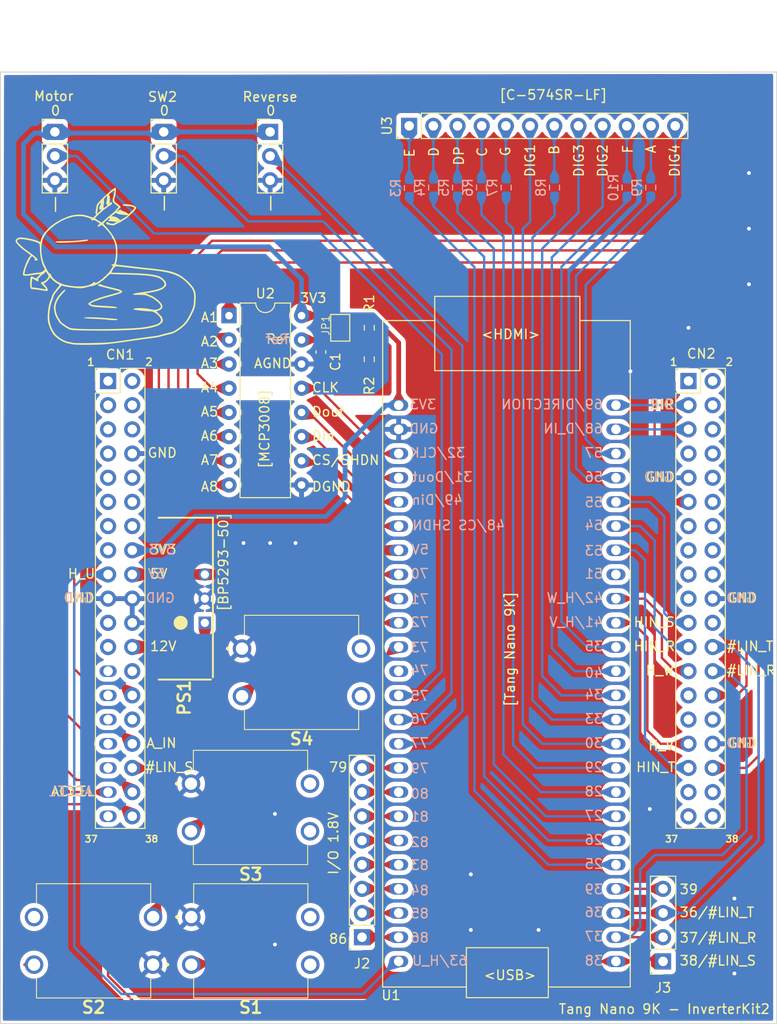
<source format=kicad_pcb>
(kicad_pcb (version 20221018) (generator pcbnew)
  (layers (0 "F.Cu" signal) (31 "B.Cu" signal) (34 "B.Paste" user) (35 "F.Paste" user) (36 "B.SilkS" user "B.Silkscreen") (37 "F.SilkS" user "F.Silkscreen") (38 "B.Mask" user) (39 "F.Mask" user) (44 "Edge.Cuts" user))
  (net 0 "")
  (net 1 "GND")
  (net 16 "/H_U")
  (net 17 "/5V")
  (net 20 "/VIN12")
  (net 24 "/C7-28")
  (net 26 "/C7-30")
  (net 28 "/A_IN")
  (net 30 "/_LIN_S")
  (net 31 "/ACCEL")
  (net 32 "/C7-36")
  (net 33 "/U")
  (net 34 "/C7-38")
  (net 35 "/C10-01")
  (net 37 "/DIRECTION")
  (net 39 "/D_IN")
  (net 44 "/C10-11")
  (net 51 "/V")
  (net 53 "/HIN_S")
  (net 55 "/HIN_R")
  (net 56 "/_LIN_T")
  (net 57 "/H_W")
  (net 58 "/_LIN_R")
  (net 60 "/C10-28")
  (net 63 "/H_V")
  (net 64 "/HIN_T")
  (net 65 "/C10-34")
  (net 70 "Net-(J2-Pin_1)")
  (net 71 "Net-(J2-Pin_2)")
  (net 72 "Net-(J2-Pin_3)")
  (net 73 "Net-(J2-Pin_4)")
  (net 74 "Net-(J2-Pin_5)")
  (net 75 "Net-(J2-Pin_6)")
  (net 76 "Net-(J2-Pin_7)")
  (net 77 "Net-(J2-Pin_8)")
  (net 78 "Net-(U1-32{slash}IOB15B{slash}RGB_TOUCH_XR)")
  (net 79 "Net-(U1-31{slash}IOB15A{slash}RGB_TOUCH_YD)")
  (net 80 "/Din")
  (net 81 "/CS{slash}SHDN")
  (net 83 "/SW3")
  (net 84 "Net-(U1-25{slash}IOB8A)")
  (net 86 "Net-(U1-26{slash}IOB8B)")
  (net 87 "Net-(U1-27{slash}IOB11A)")
  (net 88 "Net-(U1-28{slash}IOB11B)")
  (net 89 "Net-(U1-29{slash}IOB13A)")
  (net 90 "Net-(JP1-A)")
  (net 91 "Net-(U1-33{slash}IOB23A{slash}RGB_DE)")
  (net 92 "Net-(U1-35{slash}IOB29A{slash}RGB_CK)")
  (net 93 "/DIG3")
  (net 94 "/DIG4")
  (net 95 "Net-(U3-Anode_E)")
  (net 96 "Net-(U3-Anode_D)")
  (net 97 "Net-(U3-Anode_DP)")
  (net 98 "Net-(U3-Anode_C)")
  (net 99 "Net-(U3-Anode_G)")
  (net 100 "Net-(U3-Anode_B)")
  (net 101 "Net-(U3-Anode_F)")
  (net 102 "/DIG1")
  (net 103 "/DIG2")
  (net 104 "Net-(U3-Anode_A)")
  (net 105 "/Anode_A")
  (net 106 "+3V3")
  (net 107 "Net-(SW1-B)")
  (net 108 "Net-(SW2-B)")
  (net 109 "Net-(J3-Pin_4)")
  (net 111 "Net-(S1-NO_1)")
  (net 113 "unconnected-(S2-COM_2-Pad2)")
  (net 114 "Net-(S2-NO_1)")
  (net 117 "Net-(S3-NO_1)")
  (net 120 "Net-(S4-NO_1)")
  (footprint "Resistor_SMD:R_0603_1608Metric_Pad0.98x0.95mm_HandSolder" (layer "F.Cu") (at 156.972 81.28 -90)
    (fp_text reference "R1")
    (fp_text value "R" hide)
  )
  (footprint "Capacitor_SMD:C_0603_1608Metric_Pad1.08x0.95mm_HandSolder" (layer "F.Cu") (at 151.892 83.82 -90)
    (fp_text reference "C1")
    (fp_text value "C" hide)
  )
  (footprint "Library:Tang Nano 9K" (layer "F.Cu") (at 171.47155 118.618 90)
    (fp_text reference "U1")
    (fp_text value "Tang_Nano_9k_board" hide)
  )
  (footprint "samacsys:TO254P570X1700X1780-3P" (layer "F.Cu") (at 139.7 112.268 90)
    (fp_text reference "PS1")
    (fp_text value "BP5293-50" hide)
  )
  (footprint "Connector_PinSocket_2.54mm:PinSocket_1x08_P2.54mm_Vertical" (layer "F.Cu") (at 156.21 145.288 180)
    (fp_text reference "J2")
    (fp_text value "01x08_Socket" hide)
  )
  (footprint "SamacSys_Parts:TVGP01G73BB" (layer "F.Cu") (at 138.276 143.169)
    (fp_text reference "S1")
    (fp_text value "TVGP01-G73BB" hide)
  )
  (footprint "Connector_PinHeader_2.54mm:PinHeader_1x03_P2.54mm_Vertical" (layer "F.Cu") (at 146.558 60.706)
    (fp_text reference "Reverse")
    (fp_text value "SW_SPDT")
  )
  (footprint "Connector_PinHeader_2.54mm:PinHeader_1x03_P2.54mm_Vertical" (layer "F.Cu") (at 135.382 60.706)
    (fp_text reference "SW2")
    (fp_text value "SW_SPDT")
  )
  (footprint "SamacSys_Parts:TVGP01G73BB" (layer "F.Cu") (at 134.266 148.169 180)
    (fp_text reference "S2")
    (fp_text value "TVGP01-G73BB" hide)
  )
  (footprint "Library:Nucleo" (layer "F.Cu") (at 129.54 86.868)
    (fp_text reference "CN1")
    (fp_text value "Nucleo_F302R8" hide)
  )
  (footprint "Package_DIP:DIP-16_W7.62mm" (layer "F.Cu") (at 142.24 80.01)
    (fp_text reference "U2")
    (fp_text value "MCP3008")
  )
  (footprint "Jumper:SolderJumper-2_P1.3mm_Open_TrianglePad1.0x1.5mm" (layer "F.Cu") (at 153.924 81.28 90)
    (fp_text reference "JP1")
    (fp_text value "SolderJumper_2_Open" hide)
  )
  (footprint "Connector_PinHeader_2.54mm:PinHeader_1x03_P2.54mm_Vertical" (layer "F.Cu") (at 123.952 60.706)
    (fp_text reference "SW3" hide)
    (fp_text value "SW_SPDT")
  )
  (footprint "SamacSys_Parts:TVGP01G73BB" (layer "F.Cu") (at 138.249 129.159)
    (fp_text reference "S3")
    (fp_text value "TVGP01-G73BB" hide)
  )
  (footprint "MyLibrary:kamo20" (layer "F.Cu") (at 129.159 75.819)
    (fp_text reference "G***" hide)
    (fp_text value "LOGO" hide)
  )
  (footprint "Resistor_SMD:R_0603_1608Metric_Pad0.98x0.95mm_HandSolder" (layer "F.Cu") (at 156.972 84.582 -90)
    (fp_text reference "R2")
    (fp_text value "R" hide)
  )
  (footprint "Connector_PinSocket_2.54mm:PinSocket_1x04_P2.54mm_Vertical" (layer "F.Cu") (at 187.833 147.828 180)
    (fp_text reference "J3")
    (fp_text value "01x04_Socket" hide)
  )
  (footprint "SamacSys_Parts:TVGP01G73BB" (layer "F.Cu") (at 143.61 114.975)
    (fp_text reference "S4")
    (fp_text value "TVGP01-G73BB" hide)
  )
  (footprint "Connector_PinHeader_2.54mm:PinHeader_1x12_P2.54mm_Vertical" (layer "F.Cu") (at 161.163 60.071 90)
    (fp_text reference "U3")
    (fp_text value "PinHeader_1x12_P2.54mm_Vertical")
  )
  (footprint "Resistor_SMD:R_0603_1608Metric_Pad0.98x0.95mm_HandSolder" (layer "B.Cu") (at 186.5376 66.548 -90)
    (fp_text reference "R9")
    (fp_text value "R")
  )
  (footprint "Resistor_SMD:R_0603_1608Metric_Pad0.98x0.95mm_HandSolder" (layer "B.Cu") (at 184.0484 66.5461 -90)
    (fp_text reference "R10")
    (fp_text value "R")
  )
  (footprint "Resistor_SMD:R_0603_1608Metric_Pad0.98x0.95mm_HandSolder" (layer "B.Cu") (at 166.243 66.549 -90)
    (fp_text reference "R5")
    (fp_text value "R")
  )
  (footprint "Resistor_SMD:R_0603_1608Metric_Pad0.98x0.95mm_HandSolder" (layer "B.Cu") (at 163.7284 66.5461 -90)
    (fp_text reference "R4")
    (fp_text value "R")
  )
  (footprint "Resistor_SMD:R_0603_1608Metric_Pad0.98x0.95mm_HandSolder" (layer "B.Cu") (at 171.3484 66.548 -90)
    (fp_text reference "R7")
    (fp_text value "R")
  )
  (footprint "Resistor_SMD:R_0603_1608Metric_Pad0.98x0.95mm_HandSolder" (layer "B.Cu") (at 161.1884 66.5969 -90)
    (fp_text reference "R3")
    (fp_text value "R")
  )
  (footprint "Resistor_SMD:R_0603_1608Metric_Pad0.98x0.95mm_HandSolder" (layer "B.Cu") (at 176.4284 66.548 -90)
    (fp_text reference "R8")
    (fp_text value "R")
  )
  (footprint "Resistor_SMD:R_0603_1608Metric_Pad0.98x0.95mm_HandSolder" (layer "B.Cu") (at 168.7576 66.5461 -90)
    (fp_text reference "R6")
    (fp_text value "R")
  )
  (gr_rect (start 118.237 54.4195) (end 199.771 154.3685) (stroke (width 0.1)) (fill none) (layer "Edge.Cuts"))
  (gr_text "73" (at 163.322 115.443) (layer "B.SilkS") (effects (font (size 1 1)) (justify left bottom mirror)))
  (gr_text "36" (at 181.61 143.256) (layer "B.SilkS") (effects (font (size 1 1)) (justify left bottom mirror)))
  (gr_text "DIR" (at 188.976 89.916) (layer "B.SilkS") (effects (font (size 1 1)) (justify left bottom mirror)))
  (gr_text "63/H_U" (at 167.386 148.336) (layer "B.SilkS") (effects (font (size 1 1)) (justify left bottom mirror)))
  (gr_text "29" (at 181.61 128.016) (layer "B.SilkS") (effects (font (size 1 1)) (justify left bottom mirror)))
  (gr_text "34" (at 181.61 120.396) (layer "B.SilkS") (effects (font (size 1 1)) (justify left bottom mirror)))
  (gr_text "49/Din" (at 166.878 99.949) (layer "B.SilkS") (effects (font (size 1 1)) (justify left bottom mirror)))
  (gr_text "3V3" (at 136.652 105.156) (layer "B.SilkS") (effects (font (size 1 1)) (justify left bottom mirror)))
  (gr_text "27" (at 181.61 133.096) (layer "B.SilkS") (effects (font (size 1 1)) (justify left bottom mirror)))
  (gr_text "28" (at 181.61 130.556) (layer "B.SilkS") (effects (font (size 1 1)) (justify left bottom mirror)))
  (gr_text "32/CLK" (at 167.132 94.996) (layer "B.SilkS") (effects (font (size 1 1)) (justify left bottom mirror)))
  (gr_text "5V" (at 163.322 105.156) (layer "B.SilkS") (effects (font (size 1 1)) (justify left bottom mirror)))
  (gr_text "74" (at 163.322 117.856) (layer "B.SilkS") (effects (font (size 1 1)) (justify left bottom mirror)))
  (gr_text "80" (at 163.322 130.81) (layer "B.SilkS") (effects (font (size 1 1)) (justify left bottom mirror)))
  (gr_text "85" (at 163.322 143.383) (layer "B.SilkS") (effects (font (size 1 1)) (justify left bottom mirror)))
  (gr_text "72" (at 163.322 112.776) (layer "B.SilkS") (effects (font (size 1 1)) (justify left bottom mirror)))
  (gr_text "53" (at 181.61 105.283) (layer "B.SilkS") (effects (font (size 1 1)) (justify left bottom mirror)))
  (gr_text "71" (at 163.322 110.363) (layer "B.SilkS") (effects (font (size 1 1)) (justify left bottom mirror)))
  (gr_text "86" (at 163.322 145.923) (layer "B.SilkS") (effects (font (size 1 1)) (justify left bottom mirror)))
  (gr_text "38" (at 181.61 148.336) (layer "B.SilkS") (effects (font (size 1 1)) (justify left bottom mirror)))
  (gr_text "51" (at 181.61 107.696) (layer "B.SilkS") (effects (font (size 1 1)) (justify left bottom mirror)))
  (gr_text "37" (at 181.61 145.796) (layer "B.SilkS") (effects (font (size 1 1)) (justify left bottom mirror)))
  (gr_text "GND" (at 197.612 110.236) (layer "B.SilkS") (effects (font (size 1 1)) (justify left bottom mirror)))
  (gr_text "31/Dout" (at 167.894 97.536) (layer "B.SilkS") (effects (font (size 1 1)) (justify left bottom mirror)))
  (gr_text "57" (at 181.61 94.996) (layer "B.SilkS") (effects (font (size 1 1)) (justify left bottom mirror)))
  (gr_text "55" (at 181.61 100.203) (layer "B.SilkS") (effects (font (size 1 1)) (justify left bottom mirror)))
  (gr_text "42/H_W" (at 181.61 110.236) (layer "B.SilkS") (effects (font (size 1 1)) (justify left bottom mirror)))
  (gr_text "83" (at 163.322 138.303) (layer "B.SilkS") (effects (font (size 1 1)) (justify left bottom mirror)))
  (gr_text "26" (at 181.61 135.636) (layer "B.SilkS") (effects (font (size 1 1)) (justify left bottom mirror)))
  (gr_text "GND" (at 164.338 92.456) (layer "B.SilkS") (effects (font (size 1 1)) (justify left bottom mirror)))
  (gr_text "30" (at 181.61 125.476) (layer "B.SilkS") (effects (font (size 1 1)) (justify left bottom mirror)))
  (gr_text "81" (at 163.322 133.223) (layer "B.SilkS") (effects (font (size 1 1)) (justify left bottom mirror)))
  (gr_text "40" (at 181.61 118.11) (layer "B.SilkS") (effects (font (size 1 1)) (justify left bottom mirror)))
  (gr_text "GND" (at 136.652 110.236) (layer "B.SilkS") (effects (font (size 1 1)) (justify left bottom mirror)))
  (gr_text "54" (at 181.61 102.616) (layer "B.SilkS") (effects (font (size 1 1)) (justify left bottom mirror)))
  (gr_text "69/DIRECTION" (at 181.61 89.916) (layer "B.SilkS") (effects (font (size 1 1)) (justify left bottom mirror)))
  (gr_text "25" (at 181.61 138.176) (layer "B.SilkS") (effects (font (size 1 1)) (justify left bottom mirror)))
  (gr_text "68/D_IN" (at 181.61 92.456) (layer "B.SilkS") (effects (font (size 1 1)) (justify left bottom mirror)))
  (gr_text "79" (at 163.322 128.143) (layer "B.SilkS") (effects (font (size 1 1)) (justify left bottom mirror)))
  (gr_text "3V3" (at 164.084 89.916) (layer "B.SilkS") (effects (font (size 1 1)) (justify left bottom mirror)))
  (gr_text "GND" (at 128.016 110.236) (layer "B.SilkS") (effects (font (size 1 1)) (justify left bottom mirror)))
  (gr_text "GND" (at 188.976 97.536) (layer "B.SilkS") (effects (font (size 1 1)) (justify left bottom mirror)))
  (gr_text "35" (at 181.61 115.316) (layer "B.SilkS") (effects (font (size 1 1)) (justify left bottom mirror)))
  (gr_text "GND" (at 197.612 125.476) (layer "B.SilkS") (effects (font (size 1 1)) (justify left bottom mirror)))
  (gr_text "41/H_V" (at 181.61 112.776) (layer "B.SilkS") (effects (font (size 1 1)) (justify left bottom mirror)))
  (gr_text "84" (at 163.322 140.97) (layer "B.SilkS") (effects (font (size 1 1)) (justify left bottom mirror)))
  (gr_text "ACCEL" (at 128.016 130.556) (layer "B.SilkS") (effects (font (size 1 1)) (justify left bottom mirror)))
  (gr_text "76" (at 163.322 122.936) (layer "B.SilkS") (effects (font (size 1 1)) (justify left bottom mirror)))
  (gr_text "77" (at 163.322 125.476) (layer "B.SilkS") (effects (font (size 1 1)) (justify left bottom mirror)))
  (gr_text "39" (at 181.61 140.843) (layer "B.SilkS") (effects (font (size 1 1)) (justify left bottom mirror)))
  (gr_text "70" (at 163.322 107.696) (layer "B.SilkS") (effects (font (size 1 1)) (justify left bottom mirror)))
  (gr_text "56" (at 181.61 97.536) (layer "B.SilkS") (effects (font (size 1 1)) (justify left bottom mirror)))
  (gr_text "5V" (at 135.636 107.696) (layer "B.SilkS") (effects (font (size 1 1)) (justify left bottom mirror)))
  (gr_text "Ref" (at 148.59 83.058) (layer "B.SilkS") (effects (font (size 1 1)) (justify left bottom mirror)))
  (gr_text "75" (at 163.322 120.523) (layer "B.SilkS") (effects (font (size 1 1)) (justify left bottom mirror)))
  (gr_text "82" (at 163.322 135.89) (layer "B.SilkS") (effects (font (size 1 1)) (justify left bottom mirror)))
  (gr_text "48/CS SHDN" (at 171.323 102.616) (layer "B.SilkS") (effects (font (size 1 1)) (justify left bottom mirror)))
  (gr_text "33" (at 181.61 122.936) (layer "B.SilkS") (effects (font (size 1 1)) (justify left bottom mirror)))
  (gr_text "79" (at 152.654 128.016) (layer "F.SilkS") (effects (font (size 1 1)) (justify left bottom)))
  (gr_text "GND" (at 194.564 110.236) (layer "F.SilkS") (effects (font (size 1 1)) (justify left bottom)))
  (gr_text "DGND" (at 150.876 98.552) (layer "F.SilkS") (effects (font (size 1 1)) (justify left bottom)))
  (gr_text "[MCP3008]" (at 146.558 96.139 90) (layer "F.SilkS") (effects (font (size 1 1)) (justify left bottom)))
  (gr_text "F" (at 184.7088 63.0428 90) (layer "F.SilkS") (effects (font (size 1 1)) (justify left bottom)))
  (gr_text "D" (at 164.338 63.3984 90) (layer "F.SilkS") (effects (font (size 1 1)) (justify left bottom)))
  (gr_text "12V" (at 133.858 115.316) (layer "F.SilkS") (effects (font (size 1 1)) (justify left bottom)))
  (gr_text "Motor" (at 121.666 57.531) (layer "F.SilkS") (effects (font (size 1 1)) (justify left bottom)))
  (gr_text "[BP5293-50]" (at 142.24 111.125 90) (layer "F.SilkS") (effects (font (size 1 1)) (justify left bottom)))
  (gr_text "A2" (at 139.192 83.312) (layer "F.SilkS") (effects (font (size 1 1)) (justify left bottom)))
  (gr_text "0" (at 123.444 59.055) (layer "F.SilkS") (effects (font (size 1 1)) (justify left bottom)))
  (gr_text "DIG1" (at 174.4472 65.532 90) (layer "F.SilkS") (effects (font (size 1 1)) (justify left bottom)))
  (gr_text "2" (at 194.31 85.344) (layer "F.SilkS") (effects (font (size 0.8 0.8)) (justify left bottom)))
  (gr_text "H_W" (at 185.928 117.856) (layer "F.SilkS") (effects (font (size 1 1)) (justify left bottom)))
  (gr_text "5V" (at 133.858 107.696) (layer "F.SilkS") (effects (font (size 1 1)) (justify left bottom)))
  (gr_text "#LIN_R" (at 194.437 117.856) (layer "F.SilkS") (effects (font (size 1 1)) (justify left bottom)))
  (gr_text "HIN_R" (at 184.658 115.316) (layer "F.SilkS") (effects (font (size 1 1)) (justify left bottom)))
  (gr_text "DP" (at 166.9796 64.3128 90) (layer "F.SilkS") (effects (font (size 1 1)) (justify left bottom)))
  (gr_text "Din" (at 150.876 93.218) (layer "F.SilkS") (effects (font (size 1 1)) (justify left bottom)))
  (gr_text "H_V" (at 186.182 125.73) (layer "F.SilkS") (effects (font (size 1 1)) (justify left bottom)))
  (gr_text "<USB>" (at 168.91 149.86) (layer "F.SilkS") (effects (font (size 1 1)) (justify left bottom)))
  (gr_text "2" (at 133.35 85.344) (layer "F.SilkS") (effects (font (size 0.8 0.8)) (justify left bottom)))
  (gr_text "AGND" (at 144.78 85.598) (layer "F.SilkS") (effects (font (size 1 1)) (justify left bottom)))
  (gr_text "[Tang Nano 9K]" (at 172.339 121.158 90) (layer "F.SilkS") (effects (font (size 1 1)) (justify left bottom)))
  (gr_text "38" (at 133.35 135.382) (layer "F.SilkS") (effects (font (size 0.7 0.7)) (justify left bottom)))
  (gr_text "C" (at 169.418 63.3984 90) (layer "F.SilkS") (effects (font (size 1 1)) (justify left bottom)))
  (gr_text "[C-574SR-LF]" (at 170.561 57.404) (layer "F.SilkS") (effects (font (size 1 1)) (justify left bottom)))
  (gr_text "A4" (at 139.192 88.138) (layer "F.SilkS") (effects (font (size 1 1)) (justify left bottom)))
  (gr_text "#LIN_S" (at 133.35 128.016) (layer "F.SilkS") (effects (font (size 1 1)) (justify left bottom)))
  (gr_text "36/#LIN_T" (at 189.484 143.256) (layer "F.SilkS") (effects (font (size 1 1)) (justify left bottom)))
  (gr_text "GND" (at 124.968 110.236) (layer "F.SilkS") (effects (font (size 1 1)) (justify left bottom)))
  (gr_text "0" (at 134.874 59.055) (layer "F.SilkS") (effects (font (size 1 1)) (justify left bottom)))
  (gr_text "A5" (at 139.192 90.678) (layer "F.SilkS") (effects (font (size 1 1)) (justify left bottom)))
  (gr_text "A_IN" (at 133.477 125.476) (layer "F.SilkS") (effects (font (size 1 1)) (justify left bottom)))
  (gr_text "DIG2" (at 182.0672 65.532 90) (layer "F.SilkS") (effects (font (size 1 1)) (justify left bottom)))
  (gr_text "I/O 1.8V" (at 153.797 138.811 90) (layer "F.SilkS") (effects (font (size 1 1)) (justify left bottom)))
  (gr_text "#LIN_T" (at 194.437 115.316) (layer "F.SilkS") (effects (font (size 1 1)) (justify left bottom)))
  (gr_text "GND" (at 194.564 125.476) (layer "F.SilkS") (effects (font (size 1 1)) (justify left bottom)))
  (gr_text "37" (at 187.96 135.382) (layer "F.SilkS") (effects (font (size 0.7 0.7)) (justify left bottom)))
  (gr_text "A8" (at 139.192 98.552) (layer "F.SilkS") (effects (font (size 1 1)) (justify left bottom)))
  (gr_text "A6" (at 139.192 93.218) (layer "F.SilkS") (effects (font (size 1 1)) (justify left bottom)))
  (gr_text "A1" (at 139.192 80.772) (layer "F.SilkS") (effects (font (size 1 1)) (justify left bottom)))
  (gr_text "B" (at 176.9872 63.1952 90) (layer "F.SilkS") (effects (font (size 1 1)) (justify left bottom)))
  (gr_text "1" (at 127.254 85.344) (layer "F.SilkS") (effects (font (size 0.8 0.8)) (justify left bottom)))
  (gr_text "Ref" (at 146.05 83.058) (layer "F.SilkS") (effects (font (size 1 1)) (justify left bottom)))
  (gr_text "G" (at 171.8564 63.3476 90) (layer "F.SilkS") (effects (font (size 1 1)) (justify left bottom)))
  (gr_text "86" (at 152.654 146.05) (layer "F.SilkS") (effects (font (size 1 1)) (justify left bottom)))
  (gr_text "0" (at 146.05 59.055) (layer "F.SilkS") (effects (font (size 1 1)) (justify left bottom)))
  (gr_text "39" (at 189.484 140.843) (layer "F.SilkS") (effects (font (size 1 1)) (justify left bottom)))
  (gr_text "38" (at 194.31 135.382) (layer "F.SilkS") (effects (font (size 0.7 0.7)) (justify left bottom)))
  (gr_text "GND" (at 133.604 94.996) (layer "F.SilkS") (effects (font (size 1 1)) (justify left bottom)))
  (gr_text "37" (at 127 135.382) (layer "F.SilkS") (effects (font (size 0.7 0.7)) (justify left bottom)))
  (gr_text "A3" (at 139.192 85.598) (layer "F.SilkS") (effects (font (size 1 1)) (justify left bottom)))
  (gr_text "CS/SHDN" (at 150.876 95.758) (layer "F.SilkS") (effects (font (size 1 1)) (justify left bottom)))
  (gr_text "|" (at 123.444 68.834) (layer "F.SilkS") (effects (font (size 1 1)) (justify left bottom)))
  (gr_text "CLK" (at 150.876 88.138) (layer "F.SilkS") (effects (font (size 1 1)) (justify left bottom)))
  (gr_text "DIG4" (at 189.6364 65.532 90) (layer "F.SilkS") (effects (font (size 1 1)) (justify left bottom)))
  (gr_text "|" (at 146.05 68.707) (layer "F.SilkS") (effects (font (size 1 1)) (justify left bottom)))
  (gr_text "37/#LIN_R" (at 189.484 145.923) (layer "F.SilkS") (effects (font (size 1 1)) (justify left bottom)))
  (gr_text "GND" (at 185.928 97.536) (layer "F.SilkS") (effects (font (size 1 1)) (justify left bottom)))
  (gr_text "1" (at 188.468 85.344) (layer "F.SilkS") (effects (font (size 0.8 0.8)) (justify left bottom)))
  (gr_text "E" (at 161.798 63.4492 90) (layer "F.SilkS") (effects (font (size 1 1)) (justify left bottom)))
  (gr_text "3V3" (at 149.606 78.74) (layer "F.SilkS") (effects (font (size 1 1)) (justify left bottom)))
  (gr_text "A" (at 187.1472 63.0428 90) (layer "F.SilkS") (effects (font (size 1 1)) (justify left bottom)))
  (gr_text "Dout" (at 150.876 90.678) (layer "F.SilkS") (effects (font (size 1 1)) (justify left bottom)))
  (gr_text "HIN_S" (at 184.658 112.776) (layer "F.SilkS") (effects (font (size 1 1)) (justify left bottom)))
  (gr_text "|" (at 134.874 68.707) (layer "F.SilkS") (effects (font (size 1 1)) (justify left bottom)))
  (gr_text "3V3" (at 133.858 105.156) (layer "F.SilkS") (effects (font (size 1 1)) (justify left bottom)))
  (gr_text "ACCEL" (at 123.444 130.556) (layer "F.SilkS") (effects (font (size 1 1)) (justify left bottom)))
  (gr_text "DIG3" (at 179.578 65.532 90) (layer "F.SilkS") (effects (font (size 1 1)) (justify left bottom)))
  (gr_text "<HDMI>" (at 168.656 82.55) (layer "F.SilkS") (effects (font (size 1 1)) (justify left bottom)))
  (gr_text "A7" (at 139.192 95.758) (layer "F.SilkS") (effects (font (size 1 1)) (justify left bottom)))
  (gr_text "H_U" (at 125.222 107.696) (layer "F.SilkS") (effects (font (size 1 1)) (justify left bottom)))
  (gr_text "Tang Nano 9K - InverterKit2" (at 176.784 153.416) (layer "F.SilkS") (effects (font (size 1 1)) (justify left bottom)))
  (gr_text "38/#LIN_S" (at 189.484 148.336) (layer "F.SilkS") (effects (font (size 1 1)) (justify left bottom)))
  (gr_text "CN2" (at 190.246 84.582) (layer "F.SilkS") (effects (font (size 1 1)) (justify left bottom)))
  (gr_text "DIR" (at 186.436 89.916) (layer "F.SilkS") (effects (font (size 1 1)) (justify left bottom)))
  (gr_text "HIN_T" (at 184.912 128.016) (layer "F.SilkS") (effects (font (size 1 1)) (justify left bottom)))
  (segment (start 149.86 85.09) (end 151.4845 85.09) (width 0.5) (layer "F.Cu") (net 1))
  (segment (start 151.4845 85.09) (end 151.892 84.6825) (width 0.5) (layer "F.Cu") (net 1))
  (via (at 174.752 144.526) (size 0.8) (drill 0.4) (layers "F.Cu" "B.Cu") (net 1))
  (via (at 167.64 138.684) (size 0.8) (drill 0.4) (layers "F.Cu" "B.Cu") (net 1))
  (via (at 147.066 146.05) (size 0.8) (drill 0.4) (layers "F.Cu" "B.Cu") (net 1))
  (via (at 146.558 103.886) (size 0.8) (drill 0.4) (layers "F.Cu" "B.Cu") (net 1))
  (via (at 190.5 81.28) (size 0.8) (drill 0.4) (layers "F.Cu" "B.Cu") (net 1))
  (via (at 195.326 149.098) (size 0.8) (drill 0.4) (layers "F.Cu" "B.Cu") (net 1))
  (via (at 196.85 65.024) (size 0.8) (drill 0.4) (layers "F.Cu" "B.Cu") (net 1))
  (via (at 196.85 70.866) (size 0.8) (drill 0.4) (layers "F.Cu" "B.Cu") (net 1))
  (via (at 167.64 144.526) (size 0.8) (drill 0.4) (layers "F.Cu" "B.Cu") (net 1))
  (via (at 147.066 132.334) (size 0.8) (drill 0.4) (layers "F.Cu" "B.Cu") (net 1))
  (via (at 195.326 141.224) (size 0.8) (drill 0.4) (layers "F.Cu" "B.Cu") (net 1))
  (via (at 149.225 103.886) (size 0.8) (drill 0.4) (layers "F.Cu" "B.Cu") (net 1))
  (via (at 143.764 103.886) (size 0.8) (drill 0.4) (layers "F.Cu" "B.Cu") (net 1))
  (via (at 186.436 131.826) (size 0.8) (drill 0.4) (layers "F.Cu" "B.Cu") (net 1))
  (via (at 196.85 76.708) (size 0.8) (drill 0.4) (layers "F.Cu" "B.Cu") (net 1))
  (via (at 184.404 85.852) (size 0.8) (drill 0.4) (layers "F.Cu" "B.Cu") (net 1))
  (segment (start 129.54 107.188) (end 127.254 107.188) (width 0.25) (layer "B.Cu") (net 16))
  (segment (start 125.984 146.304) (end 130.937 151.257) (width 0.25) (layer "B.Cu") (net 16))
  (segment (start 130.937 151.257) (end 156.337 151.257) (width 0.25) (layer "B.Cu") (net 16))
  (segment (start 127.254 107.188) (end 125.984 108.458) (width 0.25) (layer "B.Cu") (net 16))
  (segment (start 156.337 151.257) (end 159.766 147.828) (width 0.25) (layer "B.Cu") (net 16))
  (segment (start 159.766 147.828) (end 160.0631 147.828) (width 0.25) (layer "B.Cu") (net 16))
  (segment (start 125.984 108.458) (end 125.984 146.304) (width 0.25) (layer "B.Cu") (net 16))
  (segment (start 149.225 107.188) (end 151.765 104.648) (width 1) (layer "F.Cu") (net 17))
  (segment (start 139.7 107.188) (end 149.225 107.188) (width 1) (layer "F.Cu") (net 17))
  (segment (start 132.08 107.188) (end 139.7 107.188) (width 1) (layer "F.Cu") (net 17))
  (segment (start 151.765 104.648) (end 160.0631 104.648) (width 1) (layer "F.Cu") (net 17))
  (segment (start 138.684 114.808) (end 139.7 113.792) (width 1) (layer "F.Cu") (net 20))
  (segment (start 139.7 113.792) (end 139.7 112.268) (width 1) (layer "F.Cu") (net 20))
  (segment (start 132.08 114.808) (end 138.684 114.808) (width 1) (layer "F.Cu") (net 20))
  (segment (start 130.81 118.618) (end 127.508 118.618) (width 0.25) (layer "F.Cu") (net 24))
  (segment (start 125.984 84.836) (end 127.508 83.312) (width 0.25) (layer "F.Cu") (net 24))
  (segment (start 125.984 117.094) (end 125.984 84.836) (width 0.25) (layer "F.Cu") (net 24))
  (segment (start 134.874 85.344) (end 134.874 95.504) (width 0.25) (layer "F.Cu") (net 24))
  (segment (start 137.16 97.79) (end 142.24 97.79) (width 0.25) (layer "F.Cu") (net 24))
  (segment (start 132.08 119.888) (end 130.81 118.618) (width 0.25) (layer "F.Cu") (net 24))
  (segment (start 127.508 83.312) (end 132.842 83.312) (width 0.25) (layer "F.Cu") (net 24))
  (segment (start 134.874 95.504) (end 137.16 97.79) (width 0.25) (layer "F.Cu") (net 24))
  (segment (start 127.508 118.618) (end 125.984 117.094) (width 0.25) (layer "F.Cu") (net 24))
  (segment (start 132.842 83.312) (end 134.874 85.344) (width 0.25) (layer "F.Cu") (net 24))
  (segment (start 132.08 124.968) (end 130.81 123.698) (width 0.25) (layer "F.Cu") (net 28))
  (segment (start 127 123.698) (end 124.968 121.666) (width 0.25) (layer "F.Cu") (net 28))
  (segment (start 135.89 93.98) (end 137.16 95.25) (width 0.25) (layer "F.Cu") (net 28))
  (segment (start 124.968 121.666) (end 124.968 84.328) (width 0.25) (layer "F.Cu") (net 28))
  (segment (start 133.35 82.296) (end 135.89 84.836) (width 0.25) (layer "F.Cu") (net 28))
  (segment (start 135.89 84.836) (end 135.89 93.98) (width 0.25) (layer "F.Cu") (net 28))
  (segment (start 124.968 84.328) (end 127 82.296) (width 0.25) (layer "F.Cu") (net 28))
  (segment (start 137.16 95.25) (end 142.24 95.25) (width 0.25) (layer "F.Cu") (net 28))
  (segment (start 127 82.296) (end 133.35 82.296) (width 0.25) (layer "F.Cu") (net 28))
  (segment (start 130.81 123.698) (end 127 123.698) (width 0.25) (layer "F.Cu") (net 28))
  (segment (start 135.128 129.032) (end 135.128 135.636) (width 0.25) (layer "F.Cu") (net 30))
  (segment (start 129.54 149.352) (end 132.588 152.4) (width 0.25) (layer "F.Cu") (net 30))
  (segment (start 181.356 147.828) (end 182.88 147.828) (width 0.25) (layer "F.Cu") (net 30))
  (segment (start 135.128 135.636) (end 129.54 141.224) (width 0.25) (layer "F.Cu") (net 30))
  (segment (start 182.88 147.828) (end 187.833 147.828) (width 0.25) (layer "F.Cu") (net 30))
  (segment (start 129.54 141.224) (end 129.54 149.352) (width 0.25) (layer "F.Cu") (net 30))
  (segment (start 132.08 127.508) (end 133.604 127.508) (width 0.25) (layer "F.Cu") (net 30))
  (segment (start 133.604 127.508) (end 135.128 129.032) (width 0.25) (layer "F.Cu") (net 30))
  (segment (start 132.588 152.4) (end 176.784 152.4) (width 0.25) (layer "F.Cu") (net 30))
  (segment (start 176.784 152.4) (end 181.356 147.828) (width 0.25) (layer "F.Cu") (net 30))
  (segment (start 129.54 130.048) (end 125.476 130.048) (width 0.25) (layer "F.Cu") (net 31))
  (segment (start 134.493 80.264) (end 137.922 83.693) (width 0.25) (layer "F.Cu") (net 31))
  (segment (start 138.938 90.17) (end 142.24 90.17) (width 0.25) (layer "F.Cu") (net 31))
  (segment (start 125.73 80.264) (end 134.493 80.264) (width 0.25) (layer "F.Cu") (net 31))
  (segment (start 125.476 130.048) (end 122.936 127.508) (width 0.25) (layer "F.Cu") (net 31))
  (segment (start 122.936 127.508) (end 122.936 83.058) (width 0.25) (layer "F.Cu") (net 31))
  (segment (start 137.922 89.154) (end 138.938 90.17) (width 0.25) (layer "F.Cu") (net 31))
  (segment (start 137.922 83.693) (end 137.922 89.154) (width 0.25) (layer "F.Cu") (net 31))
  (segment (start 122.936 83.058) (end 125.73 80.264) (width 0.25) (layer "F.Cu") (net 31))
  (segment (start 138.684 92.71) (end 142.24 92.71) (width 0.25) (layer "F.Cu") (net 32))
  (segment (start 123.952 126.492) (end 123.952 83.566) (width 0.25) (layer "F.Cu") (net 32))
  (segment (start 133.858 81.28) (end 136.906 84.328) (width 0.25) (layer "F.Cu") (net 32))
  (segment (start 136.906 90.932) (end 138.684 92.71) (width 0.25) (layer "F.Cu") (net 32))
  (segment (start 130.81 128.778) (end 126.238 128.778) (width 0.25) (layer "F.Cu") (net 32))
  (segment (start 126.238 81.28) (end 133.858 81.28) (width 0.25) (layer "F.Cu") (net 32))
  (segment (start 126.238 128.778) (end 123.952 126.492) (width 0.25) (layer "F.Cu") (net 32))
  (segment (start 132.08 130.048) (end 130.81 128.778) (width 0.25) (layer "F.Cu") (net 32))
  (segment (start 136.906 84.328) (end 136.906 90.932) (width 0.25) (layer "F.Cu") (net 32))
  (segment (start 123.952 83.566) (end 126.238 81.28) (width 0.25) (layer "F.Cu") (net 32))
  (segment (start 135.001 79.248) (end 138.938 83.185) (width 0.25) (layer "F.Cu") (net 34))
  (segment (start 130.81 131.318) (end 124.714 131.318) (width 0.25) (layer "F.Cu") (net 34))
  (segment (start 125.222 79.248) (end 135.001 79.248) (width 0.25) (layer "F.Cu") (net 34))
  (segment (start 121.92 82.55) (end 125.222 79.248) (width 0.25) (layer "F.Cu") (net 34))
  (segment (start 138.938 83.185) (end 138.938 86.106) (width 0.25) (layer "F.Cu") (net 34))
  (segment (start 124.714 131.318) (end 121.92 128.524) (width 0.25) (layer "F.Cu") (net 34))
  (segment (start 138.938 86.106) (end 140.462 87.63) (width 0.25) (layer "F.Cu") (net 34))
  (segment (start 121.92 128.524) (end 121.92 82.55) (width 0.25) (layer "F.Cu") (net 34))
  (segment (start 132.08 132.588) (end 130.81 131.318) (width 0.25) (layer "F.Cu") (net 34))
  (segment (start 140.462 87.63) (end 142.24 87.63) (width 0.25) (layer "F.Cu") (net 34))
  (segment (start 182.88 89.408) (end 190.5 89.408) (width 0.25) (layer "B.Cu") (net 37))
  (segment (start 182.88 91.948) (end 190.5 91.948) (width 0.25) (layer "B.Cu") (net 39))
  (segment (start 186.944 78.105) (end 183.261 74.422) (width 0.25) (layer "F.Cu") (net 44))
  (segment (start 183.261 74.422) (end 143.764 74.422) (width 0.25) (layer "F.Cu") (net 44))
  (segment (start 190.5 99.568) (end 188.468 99.568) (width 0.25) (layer "F.Cu") (net 44))
  (segment (start 142.24 75.946) (end 142.24 80.01) (width 0.25) (layer "F.Cu") (net 44))
  (segment (start 143.764 74.422) (end 142.24 75.946) (width 0.25) (layer "F.Cu") (net 44))
  (segment (start 186.944 98.044) (end 186.944 78.105) (width 0.25) (layer "F.Cu") (net 44))
  (segment (start 188.468 99.568) (end 186.944 98.044) (width 0.25) (layer "F.Cu") (net 44))
  (segment (start 187.96 111.252) (end 187.96 101.092) (width 0.25) (layer "B.Cu") (net 53))
  (segment (start 186.436 99.568) (end 182.88 99.568) (width 0.25) (layer "B.Cu") (net 53))
  (segment (start 187.96 101.092) (end 186.436 99.568) (width 0.25) (layer "B.Cu") (net 53))
  (segment (start 188.976 112.268) (end 187.96 111.252) (width 0.25) (layer "B.Cu") (net 53))
  (segment (start 190.5 112.268) (end 188.976 112.268) (width 0.25) (layer "B.Cu") (net 53))
  (segment (start 186.944 112.776) (end 186.944 103.632) (width 0.25) (layer "B.Cu") (net 55))
  (segment (start 186.944 103.632) (end 185.42 102.108) (width 0.25) (layer "B.Cu") (net 55))
  (segment (start 188.976 114.808) (end 186.944 112.776) (width 0.25) (layer "B.Cu") (net 55))
  (segment (start 190.5 114.808) (end 188.976 114.808) (width 0.25) (layer "B.Cu") (net 55))
  (segment (start 185.42 102.108) (end 182.88 102.108) (width 0.25) (layer "B.Cu") (net 55))
  (segment (start 182.88 142.748) (end 187.833 142.748) (width 0.25) (layer "F.Cu") (net 56))
  (segment (start 197.866 135.128) (end 190.246 142.748) (width 0.25) (layer "B.Cu") (net 56))
  (segment (start 193.04 114.808) (end 195.072 114.808) (width 0.25) (layer "B.Cu") (net 56))
  (segment (start 195.072 114.808) (end 197.866 117.602) (width 0.25) (layer "B.Cu") (net 56))
  (segment (start 190.246 142.748) (end 187.833 142.748) (width 0.25) (layer "B.Cu") (net 56))
  (segment (start 197.866 117.602) (end 197.866 135.128) (width 0.25) (layer "B.Cu") (net 56))
  (segment (start 187.706 111.506) (end 187.706 115.951) (width 0.25) (layer "F.Cu") (net 57))
  (segment (start 182.88 109.728) (end 185.928 109.728) (width 0.25) (layer "F.Cu") (net 57))
  (segment (start 185.928 109.728) (end 187.706 111.506) (width 0.25) (layer "F.Cu") (net 57))
  (segment (start 187.706 115.951) (end 189.103 117.348) (width 0.25) (layer "F.Cu") (net 57))
  (segment (start 189.103 117.348) (end 190.5 117.348) (width 0.25) (layer "F.Cu") (net 57))
  (segment (start 182.88 145.288) (end 187.833 145.288) (width 0.25) (layer "F.Cu") (net 58))
  (segment (start 194.056 136.652) (end 186.944 136.652) (width 0.25) (layer "B.Cu") (net 58))
  (segment (start 185.42 138.176) (end 185.42 144.272) (width 0.25) (layer "B.Cu") (net 58))
  (segment (start 196.596 134.112) (end 194.056 136.652) (width 0.25) (layer "B.Cu") (net 58))
  (segment (start 194.564 117.348) (end 196.596 119.38) (width 0.25) (layer "B.Cu") (net 58))
  (segment (start 184.404 145.288) (end 182.88 145.288) (width 0.25) (layer "B.Cu") (net 58))
  (segment (start 196.596 119.38) (end 196.596 134.112) (width 0.25) (layer "B.Cu") (net 58))
  (segment (start 185.42 144.272) (end 184.404 145.288) (width 0.25) (layer "B.Cu") (net 58))
  (segment (start 193.04 117.348) (end 194.564 117.348) (width 0.25) (layer "B.Cu") (net 58))
  (segment (start 186.944 136.652) (end 185.42 138.176) (width 0.25) (layer "B.Cu") (net 58))
  (segment (start 186.944 73.152) (end 141.478 73.152) (width 0.25) (layer "F.Cu") (net 60))
  (segment (start 141.478 82.55) (end 142.24 82.55) (width 0.25) (layer "F.Cu") (net 60))
  (segment (start 196.596 118.872) (end 196.596 82.804) (width 0.25) (layer "F.Cu") (net 60))
  (segment (start 139.7 74.93) (end 139.7 80.772) (width 0.25) (layer "F.Cu") (net 60))
  (segment (start 196.596 82.804) (end 186.944 73.152) (width 0.25) (layer "F.Cu") (net 60))
  (segment (start 193.04 119.888) (end 195.58 119.888) (width 0.25) (layer "F.Cu") (net 60))
  (segment (start 195.58 119.888) (end 196.596 118.872) (width 0.25) (layer "F.Cu") (net 60))
  (segment (start 139.7 80.772) (end 141.478 82.55) (width 0.25) (layer "F.Cu") (net 60))
  (segment (start 141.478 73.152) (end 139.7 74.93) (width 0.25) (layer "F.Cu") (net 60))
  (segment (start 186.182 113.792) (end 186.182 123.571) (width 0.25) (layer "F.Cu") (net 63))
  (segment (start 184.658 112.268) (end 186.182 113.792) (width 0.25) (layer "F.Cu") (net 63))
  (segment (start 182.88 112.268) (end 184.658 112.268) (width 0.25) (layer "F.Cu") (net 63))
  (segment (start 186.182 123.571) (end 187.579 124.968) (width 0.25) (layer "F.Cu") (net 63))
  (segment (start 187.579 124.968) (end 190.5 124.968) (width 0.25) (layer "F.Cu") (net 63))
  (segment (start 185.928 124.46) (end 185.928 105.664) (width 0.25) (layer "B.Cu") (net 64))
  (segment (start 185.928 105.664) (end 184.912 104.648) (width 0.25) (layer "B.Cu") (net 64))
  (segment (start 190.5 127.508) (end 188.976 127.508) (width 0.25) (layer "B.Cu") (net 64))
  (segment (start 188.976 127.508) (end 185.928 124.46) (width 0.25) (layer "B.Cu") (net 64))
  (segment (start 184.912 104.648) (end 182.88 104.648) (width 0.25) (layer "B.Cu") (net 64))
  (segment (start 140.716 85.09) (end 142.24 85.09) (width 0.25) (layer "F.Cu") (net 65))
  (segment (start 197.866 126.238) (end 197.866 82.296) (width 0.25) (layer "F.Cu") (net 65))
  (segment (start 140.208 83.058) (end 140.208 84.582) (width 0.25) (layer "F.Cu") (net 65))
  (segment (start 197.866 82.296) (end 187.706 72.136) (width 0.25) (layer "F.Cu") (net 65))
  (segment (start 196.596 127.508) (end 197.866 126.238) (width 0.25) (layer "F.Cu") (net 65))
  (segment (start 138.684 73.914) (end 138.684 81.534) (width 0.25) (layer "F.Cu") (net 65))
  (segment (start 138.684 81.534) (end 140.208 83.058) (width 0.25) (layer "F.Cu") (net 65))
  (segment (start 193.04 127.508) (end 196.596 127.508) (width 0.25) (layer "F.Cu") (net 65))
  (segment (start 140.462 72.136) (end 138.684 73.914) (width 0.25) (layer "F.Cu") (net 65))
  (segment (start 140.208 84.582) (end 140.716 85.09) (width 0.25) (layer "F.Cu") (net 65))
  (segment (start 187.706 72.136) (end 140.462 72.136) (width 0.25) (layer "F.Cu") (net 65))
  (segment (start 156.21 145.288) (end 160.0631 145.288) (width 0.25) (layer "F.Cu") (net 70))
  (segment (start 156.21 142.748) (end 160.0631 142.748) (width 0.25) (layer "F.Cu") (net 71))
  (segment (start 156.21 140.208) (end 160.0631 140.208) (width 0.25) (layer "F.Cu") (net 72))
  (segment (start 156.21 137.668) (end 160.0631 137.668) (width 0.25) (layer "F.Cu") (net 73))
  (segment (start 156.21 135.128) (end 160.0631 135.128) (width 0.25) (layer "F.Cu") (net 74))
  (segment (start 156.21 132.588) (end 160.0631 132.588) (width 0.25) (layer "F.Cu") (net 75))
  (segment (start 156.21 130.048) (end 160.0631 130.048) (width 0.25) (layer "F.Cu") (net 76))
  (segment (start 156.21 127.508) (end 160.0631 127.508) (width 0.25) (layer "F.Cu") (net 77))
  (segment (start 158.496 94.488) (end 151.638 87.63) (width 0.25) (layer "F.Cu") (net 78))
  (segment (start 151.638 87.63) (end 149.86 87.63) (width 0.25) (layer "F.Cu") (net 78))
  (segment (start 160.0631 94.488) (end 158.496 94.488) (width 0.25) (layer "F.Cu") (net 78))
  (segment (start 157.48 97.028) (end 150.622 90.17) (width 0.25) (layer "F.Cu") (net 79))
  (segment (start 150.622 90.17) (end 149.86 90.17) (width 0.25) (layer "F.Cu") (net 79))
  (segment (start 160.0631 97.028) (end 157.48 97.028) (width 0.25) (layer "F.Cu") (net 79))
  (segment (start 157.988 99.568) (end 160.0631 99.568) (width 0.25) (layer "F.Cu") (net 80))
  (segment (start 149.86 92.71) (end 151.13 92.71) (width 0.25) (layer "F.Cu") (net 80))
  (segment (start 151.13 92.71) (end 157.988 99.568) (width 0.25) (layer "F.Cu") (net 80))
  (segment (start 151.003 95.25) (end 157.861 102.108) (width 0.25) (layer "F.Cu") (net 81))
  (segment (start 157.861 102.108) (end 160.0631 102.108) (width 0.25) (layer "F.Cu") (net 81))
  (segment (start 149.86 95.25) (end 151.003 95.25) (width 0.25) (layer "F.Cu") (net 81))
  (segment (start 164.592 84.074) (end 164.592 117.348) (width 0.25) (layer "B.Cu") (net 83))
  (segment (start 126.238 63.246) (end 134.366 71.374) (width 0.25) (layer "B.Cu") (net 83))
  (segment (start 123.952 63.246) (end 126.238 63.246) (width 0.25) (layer "B.Cu") (net 83))
  (segment (start 162.052 119.888) (end 160.0631 119.888) (width 0.25) (layer "B.Cu") (net 83))
  (segment (start 151.892 71.374) (end 164.592 84.074) (width 0.25) (layer "B.Cu") (net 83))
  (segment (start 164.592 117.348) (end 162.052 119.888) (width 0.25) (layer "B.Cu") (net 83))
  (segment (start 134.366 71.374) (end 151.892 71.374) (width 0.25) (layer "B.Cu") (net 83))
  (segment (start 182.88 137.668) (end 175.768 137.668) (width 0.25) (layer "B.Cu") (net 84))
  (segment (start 161.1884 68.072) (end 161.1884 67.5094) (width 0.25) (layer "B.Cu") (net 84))
  (segment (start 168.021 74.9046) (end 161.1884 68.072) (width 0.25) (layer "B.Cu") (net 84))
  (segment (start 168.021 129.921) (end 168.021 74.9046) (width 0.25) (layer "B.Cu") (net 84))
  (segment (start 175.768 137.668) (end 168.021 129.921) (width 0.25) (layer "B.Cu") (net 84))
  (segment (start 169.037 128.397) (end 169.037 73.8378) (width 0.25) (layer "B.Cu") (net 86))
  (segment (start 182.88 135.128) (end 175.768 135.128) (width 0.25) (layer "B.Cu") (net 86))
  (segment (start 169.037 73.8378) (end 163.7284 68.5292) (width 0.25) (layer "B.Cu") (net 86))
  (segment (start 163.7284 68.5292) (end 163.7284 67.4586) (width 0.25) (layer "B.Cu") (net 86))
  (segment (start 175.768 135.128) (end 169.037 128.397) (width 0.25) (layer "B.Cu") (net 86))
  (segment (start 166.243 69.1642) (end 166.243 67.4615) (width 0.25) (layer "B.Cu") (net 87))
  (segment (start 170.053 72.9742) (end 166.243 69.1642) (width 0.25) (layer "B.Cu") (net 87))
  (segment (start 166.31 67.5205) (end 166.37 67.4605) (width 0.25) (layer "B.Cu") (net 87))
  (segment (start 175.514 132.588) (end 170.053 127.127) (width 0.25) (layer "B.Cu") (net 87))
  (segment (start 170.053 127.127) (end 170.053 72.9742) (width 0.25) (layer "B.Cu") (net 87))
  (segment (start 182.88 132.588) (end 175.514 132.588) (width 0.25) (layer "B.Cu") (net 87))
  (segment (start 171.069 126.111) (end 171.069 71.7042) (width 0.25) (layer "B.Cu") (net 88))
  (segment (start 168.7576 69.3928) (end 168.7576 67.4586) (width 0.25) (layer "B.Cu") (net 88))
  (segment (start 182.88 130.048) (end 175.006 130.048) (width 0.25) (layer "B.Cu") (net 88))
  (segment (start 171.069 71.7042) (end 168.7576 69.3928) (width 0.25) (layer "B.Cu") (net 88))
  (segment (start 175.006 130.048) (end 171.069 126.111) (width 0.25) (layer "B.Cu") (net 88))
  (segment (start 174.498 127.508) (end 172.085 125.095) (width 0.25) (layer "B.Cu") (net 89))
  (segment (start 182.88 127.508) (end 174.498 127.508) (width 0.25) (layer "B.Cu") (net 89))
  (segment (start 172.085 125.095) (end 172.085 70.8914) (width 0.25) (layer "B.Cu") (net 89))
  (segment (start 172.085 70.8914) (end 171.3484 70.1548) (width 0.25) (layer "B.Cu") (net 89))
  (segment (start 171.3484 70.1548) (end 171.3484 67.4605) (width 0.25) (layer "B.Cu") (net 89))
  (segment (start 156.6145 82.55) (end 156.972 82.1925) (width 0.25) (layer "F.Cu") (net 90))
  (segment (start 153.416 82.005) (end 153.633 82.005) (width 0.25) (layer "F.Cu") (net 90))
  (segment (start 152.871 82.55) (end 153.416 82.005) (width 0.25) (layer "F.Cu") (net 90))
  (segment (start 153.633 82.005) (end 154.178 82.55) (width 0.25) (layer "F.Cu") (net 90))
  (segment (start 154.432 82.55) (end 156.6145 82.55) (width 0.25) (layer "F.Cu") (net 90))
  (segment (start 156.972 83.6695) (end 156.972 82.1925) (width 0.25) (layer "F.Cu") (net 90))
  (segment (start 154.178 82.55) (end 154.432 82.55) (width 0.25) (layer "F.Cu") (net 90))
  (segment (start 149.86 82.55) (end 152.871 82.55) (width 0.25) (layer "F.Cu") (net 90))
  (segment (start 176.4284 69.4944) (end 176.4284 67.4605) (width 0.25) (layer "B.Cu") (net 91))
  (segment (start 174.117 71.8058) (end 176.4284 69.4944) (width 0.25) (layer "B.Cu") (net 91))
  (segment (start 174.117 120.396) (end 174.117 71.8058) (width 0.25) (layer "B.Cu") (net 91))
  (segment (start 176.149 122.428) (end 174.117 120.396) (width 0.25) (layer "B.Cu") (net 91))
  (segment (start 182.88 122.428) (end 176.149 122.428) (width 0.25) (layer "B.Cu") (net 91))
  (segment (start 179.832 114.808) (end 177.165 112.141) (width 0.25) (layer "B.Cu") (net 92))
  (segment (start 182.88 114.808) (end 179.832 114.808) (width 0.25) (layer "B.Cu") (net 92))
  (segment (start 177.165 112.141) (end 177.165 74.8538) (width 0.25) (layer "B.Cu") (net 92))
  (segment (start 177.165 74.8538) (end 184.0484 67.9704) (width 0.25) (layer "B.Cu") (net 92))
  (segment (start 184.0484 67.9704) (end 184.0484 67.4586) (width 0.25) (layer "B.Cu") (net 92))
  (segment (start 182.88 119.888) (end 177.165 119.888) (width 0.25) (layer "B.Cu") (net 93))
  (segment (start 177.165 119.888) (end 175.133 117.856) (width 0.25) (layer "B.Cu") (net 93))
  (segment (start 175.133 117.856) (end 175.133 72.9742) (width 0.25) (layer "B.Cu") (net 93))
  (segment (start 175.133 72.9742) (end 178.943 69.1642) (width 0.25) (layer "B.Cu") (net 93))
  (segment (start 178.943 69.1642) (end 178.943 60.071) (width 0.25) (layer "B.Cu") (net 93))
  (segment (start 189.103 67.3862) (end 189.103 60.071) (width 0.25) (layer "B.Cu") (net 94))
  (segment (start 179.705 76.7842) (end 189.103 67.3862) (width 0.25) (layer "B.Cu") (net 94))
  (segment (start 182.88 94.488) (end 181.229 94.488) (width 0.25) (layer "B.Cu") (net 94))
  (segment (start 181.229 94.488) (end 179.705 92.964) (width 0.25) (layer "B.Cu") (net 94))
  (segment (start 179.705 92.964) (end 179.705 76.7842) (width 0.25) (layer "B.Cu") (net 94))
  (segment (start 161.163 65.659) (end 161.163 60.071) (width 0.25) (layer "B.Cu") (net 95))
  (segment (start 161.1884 65.6844) (end 161.163 65.659) (width 0.25) (layer "B.Cu") (net 95))
  (segment (start 163.703 65.6082) (end 163.703 60.071) (width 0.25) (layer "B.Cu") (net 96))
  (segment (start 163.7284 65.6336) (end 163.703 65.6082) (width 0.25) (layer "B.Cu") (net 96))
  (segment (start 166.243 60.071) (end 166.243 65.6365) (width 0.25) (layer "B.Cu") (net 97))
  (segment (start 166.37 65.6355) (end 166.31 65.5755) (width 0.25) (layer "B.Cu") (net 97))
  (segment (start 168.7576 65.6336) (end 168.783 65.6082) (width 0.25) (layer "B.Cu") (net 98))
  (segment (start 168.783 65.6082) (end 168.783 60.071) (width 0.25) (layer "B.Cu") (net 98))
  (segment (start 171.323 65.6101) (end 171.323 60.071) (width 0.25) (layer "B.Cu") (net 99))
  (segment (start 171.3484 65.6355) (end 171.323 65.6101) (width 0.25) (layer "B.Cu") (net 99))
  (segment (start 176.403 65.6101) (end 176.403 60.071) (width 0.25) (layer "B.Cu") (net 100))
  (segment (start 176.4284 65.6355) (end 176.403 65.6101) (width 0.25) (layer "B.Cu") (net 100))
  (segment (start 184.023 65.6082) (end 184.023 60.071) (width 0.25) (layer "B.Cu") (net 101))
  (segment (start 184.0484 65.6336) (end 184.023 65.6082) (width 0.25) (layer "B.Cu") (net 101))
  (segment (start 173.101 122.936) (end 173.101 70.8914) (width 0.25) (layer "B.Cu") (net 102))
  (segment (start 175.133 124.968) (end 173.101 122.936) (width 0.25) (layer "B.Cu") (net 102))
  (segment (start 173.863 70.1294) (end 173.863 60.071) (width 0.25) (layer "B.Cu") (net 102))
  (segment (start 173.101 70.8914) (end 173.863 70.1294) (width 0.25) (layer "B.Cu") (net 102))
  (segment (start 182.88 124.968) (end 175.133 124.968) (width 0.25) (layer "B.Cu") (net 102))
  (segment (start 181.483 68.5546) (end 181.483 60.071) (width 0.25) (layer "B.Cu") (net 103))
  (segment (start 176.149 73.8886) (end 181.483 68.5546) (width 0.25) (layer "B.Cu") (net 103))
  (segment (start 182.88 117.348) (end 178.562 117.348) (width 0.25) (layer "B.Cu") (net 103))
  (segment (start 176.149 114.935) (end 176.149 73.8886) (width 0.25) (layer "B.Cu") (net 103))
  (segment (start 178.562 117.348) (end 176.149 114.935) (width 0.25) (layer "B.Cu") (net 103))
  (segment (start 186.563 65.6101) (end 186.563 60.071) (width 0.25) (layer "B.Cu") (net 104))
  (segment (start 186.5376 65.6355) (end 186.563 65.6101) (width 0.25) (layer "B.Cu") (net 104))
  (segment (start 178.689 96.012) (end 178.689 75.819) (width 0.25) (layer "B.Cu") (net 105))
  (segment (start 182.88 97.028) (end 179.705 97.028) (width 0.25) (layer "B.Cu") (net 105))
  (segment (start 186.5376 67.9704) (end 186.5376 67.4605) (width 0.25) (layer "B.Cu") (net 105))
  (segment (start 178.689 75.819) (end 186.5376 67.9704) (width 0.25) (layer "B.Cu") (net 105))
  (segment (start 179.705 97.028) (end 178.689 96.012) (width 0.25) (layer "B.Cu") (net 105))
  (segment (start 160.0631 89.408) (end 160.0631 82.8471) (width 0.5) (layer "F.Cu") (net 106))
  (segment (start 160.0631 82.8471) (end 157.226 80.01) (width 0.5) (layer "F.Cu") (net 106))
  (segment (start 157.226 80.01) (end 149.86 80.01) (width 0.5) (layer "F.Cu") (net 106))
  (segment (start 124.079 60.833) (end 134.097 60.833) (width 0.5) (layer "B.Cu") (net 106))
  (segment (start 120.65 69.342) (end 120.65 61.976) (width 0.5) (layer "B.Cu") (net 106))
  (segment (start 152.4 101.092) (end 138.684 101.092) (width 0.5) (layer "B.Cu") (net 106))
  (segment (start 160.0631 89.408) (end 158.620903 89.408) (width 0.5) (layer "B.Cu") (net 106))
  (segment (start 135.255 60.833) (end 135.382 60.706) (width 0.5) (layer "B.Cu") (net 106))
  (segment (start 134.097 60.833) (end 134.112 60.848) (width 0.5) (layer "B.Cu") (net 106))
  (segment (start 146.431 72.771) (end 124.079 72.771) (width 0.5) (layer "B.Cu") (net 106))
  (segment (start 135.382 60.706) (end 146.558 60.706) (width 0.5) (layer "B.Cu") (net 106))
  (segment (start 158.620903 89.544113) (end 154.432 93.733016) (width 0.5) (layer "B.Cu") (net 106))
  (segment (start 149.86 76.2) (end 146.431 72.771) (width 0.5) (layer "B.Cu") (net 106))
  (segment (start 154.432 93.733016) (end 154.432 99.06) (width 0.5) (layer "B.Cu") (net 106))
  (segment (start 138.684 101.092) (end 135.128 104.648) (width 0.5) (layer "B.Cu") (net 106))
  (segment (start 134.097 60.833) (end 135.255 60.833) (width 0.5) (layer "B.Cu") (net 106))
  (segment (start 154.432 99.06) (end 152.4 101.092) (width 0.5) (layer "B.Cu") (net 106))
  (segment (start 149.86 80.01) (end 149.86 76.2) (width 0.5) (layer "B.Cu") (net 106))
  (segment (start 124.079 72.771) (end 120.65 69.342) (width 0.5) (layer "B.Cu") (net 106))
  (segment (start 135.128 104.648) (end 132.08 104.648) (width 0.5) (layer "B.Cu") (net 106))
  (segment (start 158.620903 89.408) (end 158.620903 89.544113) (width 0.5) (layer "B.Cu") (net 106))
  (segment (start 121.793 60.833) (end 124.079 60.833) (width 0.5) (layer "B.Cu") (net 106))
  (segment (start 120.65 61.976) (end 121.793 60.833) (width 0.5) (layer "B.Cu") (net 106))
  (segment (start 146.939 63.373) (end 166.751 83.185) (width 0.25) (layer "B.Cu") (net 107))
  (segment (start 146.685 63.373) (end 146.939 63.373) (width 0.25) (layer "B.Cu") (net 107))
  (segment (start 166.751 121.539) (end 163.322 124.968) (width 0.25) (layer "B.Cu") (net 107))
  (segment (start 163.322 124.968) (end 160.0631 124.968) (width 0.25) (layer "B.Cu") (net 107))
  (segment (start 166.751 83.185) (end 166.751 121.539) (width 0.25) (layer "B.Cu") (net 107))
  (segment (start 152.146 70.104) (end 165.608 83.566) (width 0.25) (layer "B.Cu") (net 108))
  (segment (start 144.272 70.104) (end 152.146 70.104) (width 0.25) (layer "B.Cu") (net 108))
  (segment (start 135.382 63.246) (end 137.414 63.246) (width 0.25) (layer "B.Cu") (net 108))
  (segment (start 162.812604 122.428) (end 160.0631 122.428) (width 0.25) (layer "B.Cu") (net 108))
  (segment (start 137.414 63.246) (end 144.272 70.104) (width 0.25) (layer "B.Cu") (net 108))
  (segment (start 165.608 119.632604) (end 162.812604 122.428) (width 0.25) (layer "B.Cu") (net 108))
  (segment (start 165.608 83.566) (end 165.608 119.632604) (width 0.25) (layer "B.Cu") (net 108))
  (segment (start 182.88 140.208) (end 187.833 140.208) (width 0.25) (layer "F.Cu") (net 109))
  (segment (start 152.527 117.475) (end 156.972 117.475) (width 0.25) (layer "F.Cu") (net 111))
  (segment (start 149.606 126.111) (end 149.606 120.396) (width 0.25) (layer "F.Cu") (net 111))
  (segment (start 159.639 114.808) (end 160.0631 114.808) (width 0.25) (layer "F.Cu") (net 111))
  (segment (start 139.994 148.169) (end 143.764 144.399) (width 0.25) (layer "F.Cu") (net 111))
  (segment (start 143.764 144.399) (end 143.764 131.953) (width 0.25) (layer "F.Cu") (net 111))
  (segment (start 156.972 117.475) (end 159.639 114.808) (width 0.25) (layer "F.Cu") (net 111))
  (segment (start 143.764 131.953) (end 149.606 126.111) (width 0.25) (layer "F.Cu") (net 111))
  (segment (start 149.606 120.396) (end 152.527 117.475) (width 0.25) (layer "F.Cu") (net 111))
  (segment (start 138.276 148.169) (end 139.994 148.169) (width 0.25) (layer "F.Cu") (net 111))
  (segment (start 120.75 148.169) (end 122.468 148.169) (width 0.25) (layer "F.Cu") (net 113))
  (segment (start 160.0631 112.268) (end 152.146 112.268) (width 0.25) (layer "F.Cu") (net 114))
  (segment (start 148.463 115.951) (end 148.463 125.349) (width 0.25) (layer "F.Cu") (net 114))
  (segment (start 148.463 125.349) (end 142.494 131.318) (width 0.25) (layer "F.Cu") (net 114))
  (segment (start 134.266 142.213) (end 134.266 143.169) (width 0.25) (layer "F.Cu") (net 114))
  (segment (start 142.494 133.985) (end 134.266 142.213) (width 0.25) (layer "F.Cu") (net 114))
  (segment (start 152.146 112.268) (end 148.463 115.951) (width 0.25) (layer "F.Cu") (net 114))
  (segment (start 142.494 131.318) (end 142.494 133.985) (width 0.25) (layer "F.Cu") (net 114))
  (segment (start 138.249 134.159) (end 147.447 124.961) (width 0.25) (layer "F.Cu") (net 117))
  (segment (start 152.654 109.728) (end 160.0631 109.728) (width 0.25) (layer "F.Cu") (net 117))
  (segment (start 147.447 124.961) (end 147.447 114.935) (width 0.25) (layer "F.Cu") (net 117))
  (segment (start 147.447 114.935) (end 152.654 109.728) (width 0.25) (layer "F.Cu") (net 117))
  (segment (start 146.304 117.281) (end 146.304 114.046) (width 0.25) (layer "F.Cu") (net 120))
  (segment (start 146.304 114.046) (end 153.162 107.188) (width 0.25) (layer "F.Cu") (net 120))
  (segment (start 153.162 107.188) (end 160.0631 107.188) (width 0.25) (layer "F.Cu") (net 120))
  (segment (start 143.61 119.975) (end 146.304 117.281) (width 0.25) (layer "F.Cu") (net 120))
  (zone (net 1) (net_name "GND") (layer "F.Cu") (connect_pads (clearance 0.5)) (min_thickness 0.25) (fill yes (thermal_gap 0.5) (thermal_bridge_width 0.5))
    (polygon (pts (xy 118.618 54.737) (xy 199.39 54.61) (xy 199.39 154.051) (xy 118.491 154.051)))
  )
  (zone (net 0) (net_name "") (layer "F.Cu") (connect_pads (clearance 0)) (min_thickness 0.25)
    (keepout (tracks not_allowed) (vias allowed) (pads allowed) (copperpour not_allowed) (footprints allowed))
    (fill (thermal_gap 0.5) (thermal_bridge_width 0.5))
    (polygon (pts (xy 154.94 74.93) (xy 154.94 79.502) (xy 153.924 79.502) (xy 153.924 74.93)))
  )
  (zone (net 0) (net_name "") (layer "F.Cu") (connect_pads (clearance 0)) (min_thickness 0.25)
    (keepout (tracks allowed) (vias allowed) (pads allowed) (copperpour not_allowed) (footprints allowed))
    (fill (thermal_gap 0.5) (thermal_bridge_width 0.5))
    (polygon (pts (xy 159.512 88.392) (xy 153.162 88.392) (xy 153.162 89.662) (xy 153.924 90.424) (xy 159.512 90.424)))
  )
  (zone (net 0) (net_name "") (layers "F&B.Cu") (connect_pads (clearance 0)) (min_thickness 0.25)
    (keepout (tracks not_allowed) (vias allowed) (pads allowed) (copperpour not_allowed) (footprints allowed))
    (fill (thermal_gap 0.5) (thermal_bridge_width 0.5))
    (polygon (pts (xy 149.352 86.36) (xy 142.748 86.36) (xy 142.748 88.9) (xy 149.352 88.9)))
  )
  (zone (net 0) (net_name "") (layer "B.Cu") (connect_pads (clearance 0)) (min_thickness 0.25)
    (keepout (tracks not_allowed) (vias allowed) (pads allowed) (copperpour not_allowed) (footprints allowed))
    (fill (thermal_gap 0.5) (thermal_bridge_width 0.5))
    (polygon (pts (xy 132.08 85.598) (xy 142.24 85.598) (xy 142.24 87.63) (xy 132.08 87.63)))
  )
  (zone (net 0) (net_name "") (layer "B.Cu") (connect_pads (clearance 0)) (min_thickness 0.25)
    (keepout (tracks allowed) (vias allowed) (pads allowed) (copperpour not_allowed) (footprints allowed))
    (fill (thermal_gap 0.5) (thermal_bridge_width 0.5))
    (polygon (pts (xy 160.528 88.392) (xy 164.846 88.392) (xy 164.846 90.424) (xy 160.528 90.424)))
  )
  (zone (net 0) (net_name "") (layer "B.Cu") (connect_pads (clearance 0)) (min_thickness 0.25)
    (keepout (tracks not_allowed) (vias allowed) (pads allowed) (copperpour not_allowed) (footprints allowed))
    (fill (thermal_gap 0.5) (thermal_bridge_width 0.5))
    (polygon (pts (xy 158.370903 88.807461) (xy 161.036 88.807461) (xy 161.036 76.6064) (xy 159.004 74.583461) (xy 153.924 74.583461) (xy 153.924 79.663961) (xy 157.48 79.663461) (xy 159.004 81.187461) (xy 159.004 86.868) (xy 157.48 88.299461) (xy 154.432 88.299461) (xy 150.114 88.299461) (xy 150.114 93.887461) (xy 153.924 93.887461)))
  )
  (zone (net 1) (net_name "GND") (layer "B.Cu") (connect_pads (clearance 0.5)) (min_thickness 0.25) (fill yes (thermal_gap 0.5) (thermal_bridge_width 0.5))
    (polygon (pts (xy 118.618 54.737) (xy 199.39 54.61) (xy 199.39 154.051) (xy 118.491 154.051)))
  )
)
</source>
